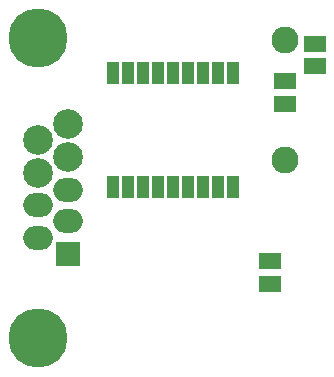
<source format=gbs>
G04 (created by PCBNEW-RS274X (2011-07-08 BZR 3044)-stable) date 29/07/2012 21:08:13*
G01*
G70*
G90*
%MOIN*%
G04 Gerber Fmt 3.4, Leading zero omitted, Abs format*
%FSLAX34Y34*%
G04 APERTURE LIST*
%ADD10C,0.006000*%
%ADD11R,0.041700X0.076300*%
%ADD12R,0.075000X0.055000*%
%ADD13C,0.197200*%
%ADD14R,0.080000X0.080000*%
%ADD15O,0.098700X0.079100*%
%ADD16C,0.098700*%
%ADD17C,0.090000*%
G04 APERTURE END LIST*
G54D10*
G54D11*
X18500Y-08606D03*
X19000Y-08606D03*
X19500Y-08606D03*
X20000Y-08606D03*
X20500Y-08606D03*
X21000Y-08606D03*
X21500Y-08606D03*
X22000Y-08606D03*
X22500Y-08606D03*
X22500Y-12394D03*
X22000Y-12394D03*
X21500Y-12394D03*
X21000Y-12394D03*
X20500Y-12394D03*
X20000Y-12394D03*
X19500Y-12394D03*
X19000Y-12394D03*
X18500Y-12394D03*
G54D12*
X25250Y-08375D03*
X25250Y-07625D03*
X24250Y-08875D03*
X24250Y-09625D03*
X23750Y-14875D03*
X23750Y-15625D03*
G54D13*
X16000Y-07450D03*
X16000Y-17450D03*
G54D14*
X17000Y-14650D03*
G54D15*
X17000Y-13550D03*
X17000Y-12500D03*
G54D16*
X17000Y-11400D03*
X17000Y-10300D03*
G54D15*
X16000Y-14100D03*
X16000Y-13000D03*
G54D16*
X16000Y-11950D03*
X16000Y-10850D03*
G54D17*
X24250Y-11500D03*
X24250Y-07500D03*
M02*

</source>
